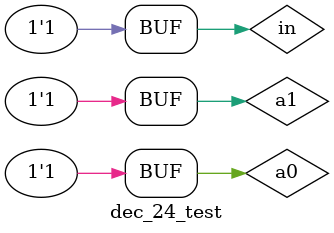
<source format=v>
`timescale 1ns / 1ps


module dec_24_test;

	// Inputs
	reg a0;
	reg a1;
	reg in;

	// Outputs
	wire d0;
	wire d1;
	wire d2;
	wire d3;

	// Instantiate the Unit Under Test (UUT)
	dec_24 uut (
		.a0(a0), 
		.a1(a1), 
		.in(in), 
		.d0(d0), 
		.d1(d1), 
		.d2(d2), 
		.d3(d3)
	);

	initial begin
		// Initialize Inputs
		a0 = 0;
		a1 = 0;
		in = 0;
		#40 a0=1;
		#40 a1=1;a0=0;
		#40 a0=1;
		#40 in = 1; a0=0;a1=0;
		#40 a0=1;
		#40 a0=0;a1=1;
		#40 a0=1;
	end
     initial begin 
		$monitor("ENABLE: %b \t A1= %b A0 = %b \t Y3=%b Y2 =%b Y1= %b Y0= %b",in,a1,a0,d3,d2,d1,d0);
	  end 
      
endmodule


</source>
